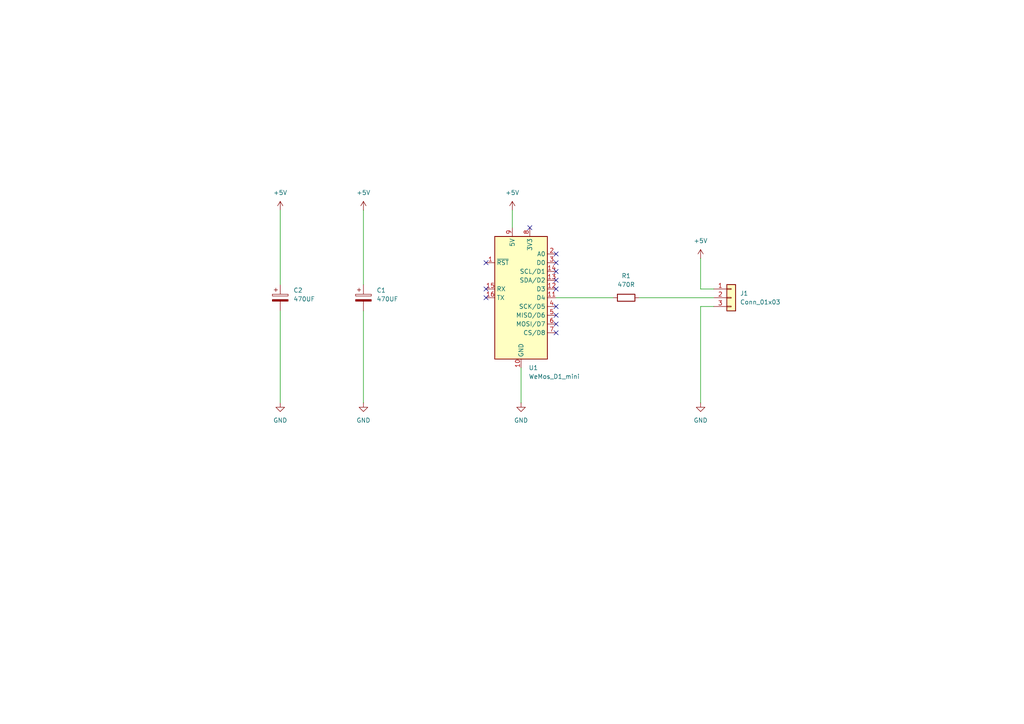
<source format=kicad_sch>
(kicad_sch (version 20231120) (generator "eeschema") (generator_version "8.0")
  (paper "A4")
  (lib_symbols
    (symbol "Connector_Generic:Conn_01x03" (pin_names (offset 1.016) hide)
      (property "Reference" "J" (at 0 5.08 0))
      (property "Value" "Conn_01x03" (at 0 -5.08 0))
      (symbol "Conn_01x03_1_1"
        (rectangle (start -1.27 -2.413) (end 0 -2.667) (stroke (width 0.1524)))
        (rectangle (start -1.27 0.127) (end 0 -0.127) (stroke (width 0.1524)))
        (rectangle (start -1.27 2.667) (end 0 2.413) (stroke (width 0.1524)))
        (rectangle (start -1.27 3.81) (end 1.27 -3.81) (stroke (width 0.254)) (fill (type background)))
        (pin passive line (at -5.08 2.54 0) (length 3.81) (name "Pin_1") (number "1"))
        (pin passive line (at -5.08 0 0) (length 3.81) (name "Pin_2") (number "2"))
        (pin passive line (at -5.08 -2.54 0) (length 3.81) (name "Pin_3") (number "3"))
      )
    )
    (symbol "Device:C_Polarized" (pin_numbers hide) (pin_names (offset 0.254))
      (property "Reference" "C" (at 0.635 2.54 0))
      (property "Value" "C_Polarized" (at 0.635 -2.54 0))
      (symbol "C_Polarized_0_1"
        (rectangle (start -2.286 0.508) (end 2.286 1.016))
        (polyline (pts (xy -1.778 2.286) (xy -0.762 2.286)))
        (polyline (pts (xy -1.27 2.794) (xy -1.27 1.778)))
        (rectangle (start 2.286 -0.508) (end -2.286 -1.016) (fill (type outline)))
      )
      (symbol "C_Polarized_1_1"
        (pin passive line (at 0 3.81 270) (length 2.794) (name "~") (number "1"))
        (pin passive line (at 0 -3.81 90) (length 2.794) (name "~") (number "2"))
      )
    )
    (symbol "Device:R" (pin_numbers hide) (pin_names (offset 0))
      (property "Reference" "R" (at 2.032 0 90))
      (property "Value" "R" (at 0 0 90))
      (symbol "R_0_1"
        (rectangle (start -1.016 -2.54) (end 1.016 2.54) (stroke (width 0.254)))
      )
      (symbol "R_1_1"
        (pin passive line (at 0 3.81 270) (length 1.27) (name "~") (number "1"))
        (pin passive line (at 0 -3.81 90) (length 1.27) (name "~") (number "2"))
      )
    )
    (symbol "MCU_Module:WeMos_D1_mini"
      (property "Reference" "U" (at 3.81 19.05 0))
      (property "Value" "WeMos_D1_mini" (at 1.27 -19.05 0))
      (symbol "WeMos_D1_mini_1_1"
        (rectangle (start -7.62 17.78) (end 7.62 -17.78) (stroke (width 0.254)) (fill (type background)))
        (pin input line (at -10.16 10.16 0) (length 2.54) (name "~{RST}") (number "1"))
        (pin power_in line (at 0 -20.32 90) (length 2.54) (name "GND") (number "10"))
        (pin bidirectional line (at 10.16 0 180) (length 2.54) (name "D4") (number "11"))
        (pin bidirectional line (at 10.16 2.54 180) (length 2.54) (name "D3") (number "12"))
        (pin bidirectional line (at 10.16 5.08 180) (length 2.54) (name "SDA/D2") (number "13"))
        (pin bidirectional line (at 10.16 7.62 180) (length 2.54) (name "SCL/D1") (number "14"))
        (pin input line (at -10.16 2.54 0) (length 2.54) (name "RX") (number "15"))
        (pin output line (at -10.16 0 0) (length 2.54) (name "TX") (number "16"))
        (pin input line (at 10.16 12.7 180) (length 2.54) (name "A0") (number "2"))
        (pin bidirectional line (at 10.16 10.16 180) (length 2.54) (name "D0") (number "3"))
        (pin bidirectional line (at 10.16 -2.54 180) (length 2.54) (name "SCK/D5") (number "4"))
        (pin bidirectional line (at 10.16 -5.08 180) (length 2.54) (name "MISO/D6") (number "5"))
        (pin bidirectional line (at 10.16 -7.62 180) (length 2.54) (name "MOSI/D7") (number "6"))
        (pin bidirectional line (at 10.16 -10.16 180) (length 2.54) (name "CS/D8") (number "7"))
        (pin power_out line (at 2.54 20.32 270) (length 2.54) (name "3V3") (number "8"))
        (pin power_in line (at -2.54 20.32 270) (length 2.54) (name "5V") (number "9"))
      )
    )
    (symbol "power:+5V" (power) (pin_numbers hide) (pin_names (offset 0) hide)
      (property "Value" "+5V" (at 0 3.556 0))
      (symbol "+5V_0_1"
        (polyline (pts (xy -0.762 1.27) (xy 0 2.54)))
        (polyline (pts (xy 0 0) (xy 0 2.54)))
        (polyline (pts (xy 0 2.54) (xy 0.762 1.27)))
      )
      (symbol "+5V_1_1"
        (pin power_in line (at 0 0 90) (length 0) (name "~") (number "1"))
      )
    )
    (symbol "power:GND" (power) (pin_numbers hide) (pin_names (offset 0) hide)
      (property "Value" "GND" (at 0 -3.81 0))
      (symbol "GND_0_1"
        (polyline (pts (xy 0 0) (xy 0 -1.27) (xy 1.27 -1.27) (xy 0 -2.54) (xy -1.27 -1.27) (xy 0 -1.27)))
      )
      (symbol "GND_1_1"
        (pin power_in line (at 0 0 270) (length 0) (name "~") (number "1"))
      )
    )
  )
  (no_connect (at 161.29 73.66))
  (no_connect (at 161.29 81.28))
  (no_connect (at 161.29 83.82))
  (no_connect (at 161.29 76.2))
  (no_connect (at 161.29 78.74))
  (no_connect (at 140.97 76.2))
  (no_connect (at 161.29 88.9))
  (no_connect (at 140.97 83.82))
  (no_connect (at 161.29 96.52))
  (no_connect (at 161.29 93.98))
  (no_connect (at 153.67 66.04))
  (no_connect (at 161.29 91.44))
  (no_connect (at 140.97 86.36))
  (wire (pts (xy 105.41 60.96) (xy 105.41 82.55)))
  (wire (pts (xy 207.01 83.82) (xy 203.2 83.82)))
  (wire (pts (xy 161.29 86.36) (xy 177.8 86.36)))
  (wire (pts (xy 203.2 88.9) (xy 207.01 88.9)))
  (wire (pts (xy 203.2 83.82) (xy 203.2 74.93)))
  (wire (pts (xy 151.13 106.68) (xy 151.13 116.84)))
  (wire (pts (xy 185.42 86.36) (xy 207.01 86.36)))
  (wire (pts (xy 105.41 90.17) (xy 105.41 116.84)))
  (wire (pts (xy 148.59 60.96) (xy 148.59 66.04)))
  (wire (pts (xy 203.2 116.84) (xy 203.2 88.9)))
  (wire (pts (xy 81.28 60.96) (xy 81.28 82.55)))
  (wire (pts (xy 81.28 90.17) (xy 81.28 116.84)))
  (symbol (lib_id "power:GND") (at 151.13 116.84 0) (unit 1)
    (property "Reference" "#PWR04" (effects (hide yes)))
    (property "Value" "GND" (at 151.13 121.92 0))
    (property "Description" "Power symbol creates a global label with name \"GND\" , ground" (effects (hide yes)))
  )
  (symbol (lib_id "Device:C_Polarized") (at 81.28 86.36 0) (unit 1)
    (property "Reference" "C2" (at 85.09 84.2009 0) (effects (justify left)))
    (property "Value" "470UF" (at 85.09 86.7409 0) (effects (justify left)))
    (property "Footprint" "Capacitor_SMD:CP_Elec_6.3x7.7" (effects (hide yes)))
    (property "Description" "Polarized capacitor" (effects (hide yes)))
  )
  (symbol (lib_id "power:+5V") (at 203.2 74.93 0) (unit 1)
    (property "Reference" "#PWR03" (effects (hide yes)))
    (property "Value" "+5V" (at 203.2 69.85 0))
    (property "Description" "Power symbol creates a global label with name \"+5V\"" (effects (hide yes)))
  )
  (symbol (lib_id "Device:R") (at 181.61 86.36 90) (unit 1)
    (property "Reference" "R1" (at 181.61 80.01 90))
    (property "Value" "470R" (at 181.61 82.55 90))
    (property "Footprint" "Resistor_SMD:R_0805_2012Metric_Pad1.20x1.40mm_HandSolder" (effects (hide yes)))
    (property "Description" "Resistor" (effects (hide yes)))
  )
  (symbol (lib_id "power:GND") (at 81.28 116.84 0) (unit 1)
    (property "Reference" "#PWR08" (effects (hide yes)))
    (property "Value" "GND" (at 81.28 121.92 0))
    (property "Description" "Power symbol creates a global label with name \"GND\" , ground" (effects (hide yes)))
  )
  (symbol (lib_id "power:+5V") (at 81.28 60.96 0) (unit 1)
    (property "Reference" "#PWR07" (effects (hide yes)))
    (property "Value" "+5V" (at 81.28 55.88 0))
    (property "Description" "Power symbol creates a global label with name \"+5V\"" (effects (hide yes)))
  )
  (symbol (lib_id "power:GND") (at 105.41 116.84 0) (unit 1)
    (property "Reference" "#PWR05" (effects (hide yes)))
    (property "Value" "GND" (at 105.41 121.92 0))
    (property "Description" "Power symbol creates a global label with name \"GND\" , ground" (effects (hide yes)))
  )
  (symbol (lib_id "Device:C_Polarized") (at 105.41 86.36 0) (unit 1)
    (property "Reference" "C1" (at 109.22 84.2009 0) (effects (justify left)))
    (property "Value" "470UF" (at 109.22 86.7409 0) (effects (justify left)))
    (property "Footprint" "Capacitor_SMD:CP_Elec_6.3x7.7" (effects (hide yes)))
    (property "Description" "Polarized capacitor" (effects (hide yes)))
  )
  (symbol (lib_id "power:GND") (at 203.2 116.84 0) (unit 1)
    (property "Reference" "#PWR06" (effects (hide yes)))
    (property "Value" "GND" (at 203.2 121.92 0))
    (property "Description" "Power symbol creates a global label with name \"GND\" , ground" (effects (hide yes)))
  )
  (symbol (lib_id "MCU_Module:WeMos_D1_mini") (at 151.13 86.36 0) (unit 1)
    (property "Reference" "U1" (at 153.3241 106.68 0) (effects (justify left)))
    (property "Value" "WeMos_D1_mini" (at 153.3241 109.22 0) (effects (justify left)))
    (property "Footprint" "Module:WEMOS_D1_mini_light" (effects (hide yes)))
    (property "Datasheet" "https://wiki.wemos.cc/products:d1:d1_mini#documentation" (effects (hide yes)))
    (property "Description" "32-bit microcontroller module with WiFi" (effects (hide yes)))
  )
  (symbol (lib_id "Connector_Generic:Conn_01x03") (at 212.09 86.36 0) (unit 1)
    (property "Reference" "J1" (at 214.63 85.0899 0) (effects (justify left)))
    (property "Value" "Conn_01x03" (at 214.63 87.6299 0) (effects (justify left)))
    (property "Footprint" "Connector_PinHeader_2.54mm:PinHeader_1x03_P2.54mm_Vertical" (effects (hide yes)))
    (property "Description" "Generic connector, single row, 01x03, script generated (kicad-library-utils/schlib/autogen/connector/)" (effects (hide yes)))
  )
  (symbol (lib_id "power:+5V") (at 105.41 60.96 0) (unit 1)
    (property "Reference" "#PWR02" (effects (hide yes)))
    (property "Value" "+5V" (at 105.41 55.88 0))
    (property "Description" "Power symbol creates a global label with name \"+5V\"" (effects (hide yes)))
  )
  (symbol (lib_id "power:+5V") (at 148.59 60.96 0) (unit 1)
    (property "Reference" "#PWR01" (effects (hide yes)))
    (property "Value" "+5V" (at 148.59 55.88 0))
    (property "Description" "Power symbol creates a global label with name \"+5V\"" (effects (hide yes)))
  )
)
</source>
